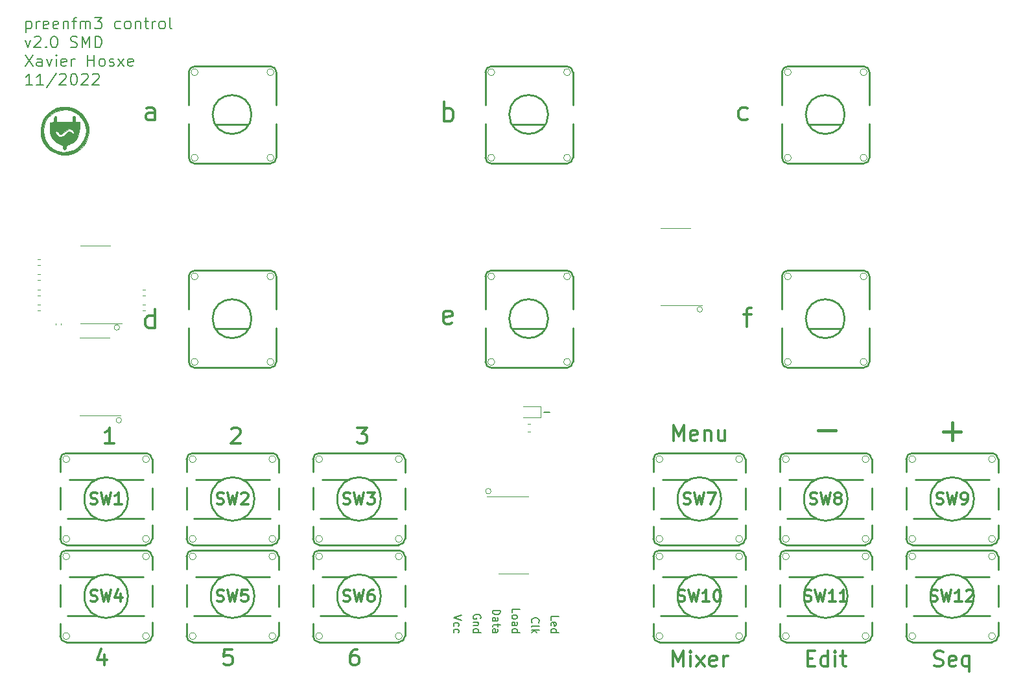
<source format=gbr>
G04 #@! TF.GenerationSoftware,KiCad,Pcbnew,(5.1.8)-1*
G04 #@! TF.CreationDate,2022-11-27T21:23:24+01:00*
G04 #@! TF.ProjectId,pfm3_ctrl,70666d33-5f63-4747-926c-2e6b69636164,rev?*
G04 #@! TF.SameCoordinates,Original*
G04 #@! TF.FileFunction,Legend,Top*
G04 #@! TF.FilePolarity,Positive*
%FSLAX46Y46*%
G04 Gerber Fmt 4.6, Leading zero omitted, Abs format (unit mm)*
G04 Created by KiCad (PCBNEW (5.1.8)-1) date 2022-11-27 21:23:24*
%MOMM*%
%LPD*%
G01*
G04 APERTURE LIST*
%ADD10C,0.120000*%
%ADD11C,0.150000*%
%ADD12C,0.400000*%
%ADD13C,0.300000*%
%ADD14C,0.200000*%
%ADD15C,0.250000*%
%ADD16C,0.010000*%
%ADD17C,0.304800*%
G04 APERTURE END LIST*
D10*
X82401210Y-75374500D02*
G75*
G03*
X82401210Y-75374500I-359210J0D01*
G01*
D11*
X137858547Y-86431428D02*
X138620452Y-86431428D01*
D12*
X173609142Y-88860285D02*
X175894857Y-88860285D01*
D13*
X154781666Y-90185761D02*
X154781666Y-88185761D01*
X155448333Y-89614333D01*
X156115000Y-88185761D01*
X156115000Y-90185761D01*
X157829285Y-90090523D02*
X157638809Y-90185761D01*
X157257857Y-90185761D01*
X157067380Y-90090523D01*
X156972142Y-89900047D01*
X156972142Y-89138142D01*
X157067380Y-88947666D01*
X157257857Y-88852428D01*
X157638809Y-88852428D01*
X157829285Y-88947666D01*
X157924523Y-89138142D01*
X157924523Y-89328619D01*
X156972142Y-89519095D01*
X158781666Y-88852428D02*
X158781666Y-90185761D01*
X158781666Y-89042904D02*
X158876904Y-88947666D01*
X159067380Y-88852428D01*
X159353095Y-88852428D01*
X159543571Y-88947666D01*
X159638809Y-89138142D01*
X159638809Y-90185761D01*
X161448333Y-88852428D02*
X161448333Y-90185761D01*
X160591190Y-88852428D02*
X160591190Y-89900047D01*
X160686428Y-90090523D01*
X160876904Y-90185761D01*
X161162619Y-90185761D01*
X161353095Y-90090523D01*
X161448333Y-89995285D01*
D10*
X82655210Y-87503000D02*
G75*
G03*
X82655210Y-87503000I-359210J0D01*
G01*
X158537710Y-73025000D02*
G75*
G03*
X158537710Y-73025000I-359210J0D01*
G01*
X130915210Y-96774000D02*
G75*
G03*
X130915210Y-96774000I-359210J0D01*
G01*
D13*
X97059690Y-117459261D02*
X96107309Y-117459261D01*
X96012071Y-118411642D01*
X96107309Y-118316404D01*
X96297785Y-118221166D01*
X96773976Y-118221166D01*
X96964452Y-118316404D01*
X97059690Y-118411642D01*
X97154928Y-118602119D01*
X97154928Y-119078309D01*
X97059690Y-119268785D01*
X96964452Y-119364023D01*
X96773976Y-119459261D01*
X96297785Y-119459261D01*
X96107309Y-119364023D01*
X96012071Y-119268785D01*
X80454452Y-118125928D02*
X80454452Y-119459261D01*
X79978261Y-117364023D02*
X79502071Y-118792595D01*
X80740166Y-118792595D01*
X113474452Y-117459261D02*
X113093500Y-117459261D01*
X112903023Y-117554500D01*
X112807785Y-117649738D01*
X112617309Y-117935452D01*
X112522071Y-118316404D01*
X112522071Y-119078309D01*
X112617309Y-119268785D01*
X112712547Y-119364023D01*
X112903023Y-119459261D01*
X113283976Y-119459261D01*
X113474452Y-119364023D01*
X113569690Y-119268785D01*
X113664928Y-119078309D01*
X113664928Y-118602119D01*
X113569690Y-118411642D01*
X113474452Y-118316404D01*
X113283976Y-118221166D01*
X112903023Y-118221166D01*
X112712547Y-118316404D01*
X112617309Y-118411642D01*
X112522071Y-118602119D01*
X97028071Y-88693738D02*
X97123309Y-88598500D01*
X97313785Y-88503261D01*
X97789976Y-88503261D01*
X97980452Y-88598500D01*
X98075690Y-88693738D01*
X98170928Y-88884214D01*
X98170928Y-89074690D01*
X98075690Y-89360404D01*
X96932833Y-90503261D01*
X98170928Y-90503261D01*
X81660928Y-90503261D02*
X80518071Y-90503261D01*
X81089500Y-90503261D02*
X81089500Y-88503261D01*
X80899023Y-88788976D01*
X80708547Y-88979452D01*
X80518071Y-89074690D01*
X113442833Y-88503261D02*
X114680928Y-88503261D01*
X114014261Y-89265166D01*
X114299976Y-89265166D01*
X114490452Y-89360404D01*
X114585690Y-89455642D01*
X114680928Y-89646119D01*
X114680928Y-90122309D01*
X114585690Y-90312785D01*
X114490452Y-90408023D01*
X114299976Y-90503261D01*
X113728547Y-90503261D01*
X113538071Y-90408023D01*
X113442833Y-90312785D01*
D12*
X189992142Y-88987285D02*
X192277857Y-88987285D01*
X191135000Y-90130142D02*
X191135000Y-87844428D01*
D13*
X188801666Y-119554523D02*
X189087380Y-119649761D01*
X189563571Y-119649761D01*
X189754047Y-119554523D01*
X189849285Y-119459285D01*
X189944523Y-119268809D01*
X189944523Y-119078333D01*
X189849285Y-118887857D01*
X189754047Y-118792619D01*
X189563571Y-118697380D01*
X189182619Y-118602142D01*
X188992142Y-118506904D01*
X188896904Y-118411666D01*
X188801666Y-118221190D01*
X188801666Y-118030714D01*
X188896904Y-117840238D01*
X188992142Y-117745000D01*
X189182619Y-117649761D01*
X189658809Y-117649761D01*
X189944523Y-117745000D01*
X191563571Y-119554523D02*
X191373095Y-119649761D01*
X190992142Y-119649761D01*
X190801666Y-119554523D01*
X190706428Y-119364047D01*
X190706428Y-118602142D01*
X190801666Y-118411666D01*
X190992142Y-118316428D01*
X191373095Y-118316428D01*
X191563571Y-118411666D01*
X191658809Y-118602142D01*
X191658809Y-118792619D01*
X190706428Y-118983095D01*
X193373095Y-118316428D02*
X193373095Y-120316428D01*
X193373095Y-119554523D02*
X193182619Y-119649761D01*
X192801666Y-119649761D01*
X192611190Y-119554523D01*
X192515952Y-119459285D01*
X192420714Y-119268809D01*
X192420714Y-118697380D01*
X192515952Y-118506904D01*
X192611190Y-118411666D01*
X192801666Y-118316428D01*
X193182619Y-118316428D01*
X193373095Y-118411666D01*
X172244047Y-118602142D02*
X172910714Y-118602142D01*
X173196428Y-119649761D02*
X172244047Y-119649761D01*
X172244047Y-117649761D01*
X173196428Y-117649761D01*
X174910714Y-119649761D02*
X174910714Y-117649761D01*
X174910714Y-119554523D02*
X174720238Y-119649761D01*
X174339285Y-119649761D01*
X174148809Y-119554523D01*
X174053571Y-119459285D01*
X173958333Y-119268809D01*
X173958333Y-118697380D01*
X174053571Y-118506904D01*
X174148809Y-118411666D01*
X174339285Y-118316428D01*
X174720238Y-118316428D01*
X174910714Y-118411666D01*
X175863095Y-119649761D02*
X175863095Y-118316428D01*
X175863095Y-117649761D02*
X175767857Y-117745000D01*
X175863095Y-117840238D01*
X175958333Y-117745000D01*
X175863095Y-117649761D01*
X175863095Y-117840238D01*
X176529761Y-118316428D02*
X177291666Y-118316428D01*
X176815476Y-117649761D02*
X176815476Y-119364047D01*
X176910714Y-119554523D01*
X177101190Y-119649761D01*
X177291666Y-119649761D01*
X154686428Y-119649761D02*
X154686428Y-117649761D01*
X155353095Y-119078333D01*
X156019761Y-117649761D01*
X156019761Y-119649761D01*
X156972142Y-119649761D02*
X156972142Y-118316428D01*
X156972142Y-117649761D02*
X156876904Y-117745000D01*
X156972142Y-117840238D01*
X157067380Y-117745000D01*
X156972142Y-117649761D01*
X156972142Y-117840238D01*
X157734047Y-119649761D02*
X158781666Y-118316428D01*
X157734047Y-118316428D02*
X158781666Y-119649761D01*
X160305476Y-119554523D02*
X160115000Y-119649761D01*
X159734047Y-119649761D01*
X159543571Y-119554523D01*
X159448333Y-119364047D01*
X159448333Y-118602142D01*
X159543571Y-118411666D01*
X159734047Y-118316428D01*
X160115000Y-118316428D01*
X160305476Y-118411666D01*
X160400714Y-118602142D01*
X160400714Y-118792619D01*
X159448333Y-118983095D01*
X161257857Y-119649761D02*
X161257857Y-118316428D01*
X161257857Y-118697380D02*
X161353095Y-118506904D01*
X161448333Y-118411666D01*
X161638809Y-118316428D01*
X161829285Y-118316428D01*
D14*
X70210142Y-35373571D02*
X70210142Y-36873571D01*
X70210142Y-35445000D02*
X70353000Y-35373571D01*
X70638714Y-35373571D01*
X70781571Y-35445000D01*
X70853000Y-35516428D01*
X70924428Y-35659285D01*
X70924428Y-36087857D01*
X70853000Y-36230714D01*
X70781571Y-36302142D01*
X70638714Y-36373571D01*
X70353000Y-36373571D01*
X70210142Y-36302142D01*
X71567285Y-36373571D02*
X71567285Y-35373571D01*
X71567285Y-35659285D02*
X71638714Y-35516428D01*
X71710142Y-35445000D01*
X71853000Y-35373571D01*
X71995857Y-35373571D01*
X73067285Y-36302142D02*
X72924428Y-36373571D01*
X72638714Y-36373571D01*
X72495857Y-36302142D01*
X72424428Y-36159285D01*
X72424428Y-35587857D01*
X72495857Y-35445000D01*
X72638714Y-35373571D01*
X72924428Y-35373571D01*
X73067285Y-35445000D01*
X73138714Y-35587857D01*
X73138714Y-35730714D01*
X72424428Y-35873571D01*
X74353000Y-36302142D02*
X74210142Y-36373571D01*
X73924428Y-36373571D01*
X73781571Y-36302142D01*
X73710142Y-36159285D01*
X73710142Y-35587857D01*
X73781571Y-35445000D01*
X73924428Y-35373571D01*
X74210142Y-35373571D01*
X74353000Y-35445000D01*
X74424428Y-35587857D01*
X74424428Y-35730714D01*
X73710142Y-35873571D01*
X75067285Y-35373571D02*
X75067285Y-36373571D01*
X75067285Y-35516428D02*
X75138714Y-35445000D01*
X75281571Y-35373571D01*
X75495857Y-35373571D01*
X75638714Y-35445000D01*
X75710142Y-35587857D01*
X75710142Y-36373571D01*
X76210142Y-35373571D02*
X76781571Y-35373571D01*
X76424428Y-36373571D02*
X76424428Y-35087857D01*
X76495857Y-34945000D01*
X76638714Y-34873571D01*
X76781571Y-34873571D01*
X77281571Y-36373571D02*
X77281571Y-35373571D01*
X77281571Y-35516428D02*
X77353000Y-35445000D01*
X77495857Y-35373571D01*
X77710142Y-35373571D01*
X77853000Y-35445000D01*
X77924428Y-35587857D01*
X77924428Y-36373571D01*
X77924428Y-35587857D02*
X77995857Y-35445000D01*
X78138714Y-35373571D01*
X78353000Y-35373571D01*
X78495857Y-35445000D01*
X78567285Y-35587857D01*
X78567285Y-36373571D01*
X79138714Y-34873571D02*
X80067285Y-34873571D01*
X79567285Y-35445000D01*
X79781571Y-35445000D01*
X79924428Y-35516428D01*
X79995857Y-35587857D01*
X80067285Y-35730714D01*
X80067285Y-36087857D01*
X79995857Y-36230714D01*
X79924428Y-36302142D01*
X79781571Y-36373571D01*
X79353000Y-36373571D01*
X79210142Y-36302142D01*
X79138714Y-36230714D01*
X82495857Y-36302142D02*
X82353000Y-36373571D01*
X82067285Y-36373571D01*
X81924428Y-36302142D01*
X81853000Y-36230714D01*
X81781571Y-36087857D01*
X81781571Y-35659285D01*
X81853000Y-35516428D01*
X81924428Y-35445000D01*
X82067285Y-35373571D01*
X82353000Y-35373571D01*
X82495857Y-35445000D01*
X83353000Y-36373571D02*
X83210142Y-36302142D01*
X83138714Y-36230714D01*
X83067285Y-36087857D01*
X83067285Y-35659285D01*
X83138714Y-35516428D01*
X83210142Y-35445000D01*
X83353000Y-35373571D01*
X83567285Y-35373571D01*
X83710142Y-35445000D01*
X83781571Y-35516428D01*
X83853000Y-35659285D01*
X83853000Y-36087857D01*
X83781571Y-36230714D01*
X83710142Y-36302142D01*
X83567285Y-36373571D01*
X83353000Y-36373571D01*
X84495857Y-35373571D02*
X84495857Y-36373571D01*
X84495857Y-35516428D02*
X84567285Y-35445000D01*
X84710142Y-35373571D01*
X84924428Y-35373571D01*
X85067285Y-35445000D01*
X85138714Y-35587857D01*
X85138714Y-36373571D01*
X85638714Y-35373571D02*
X86210142Y-35373571D01*
X85853000Y-34873571D02*
X85853000Y-36159285D01*
X85924428Y-36302142D01*
X86067285Y-36373571D01*
X86210142Y-36373571D01*
X86710142Y-36373571D02*
X86710142Y-35373571D01*
X86710142Y-35659285D02*
X86781571Y-35516428D01*
X86853000Y-35445000D01*
X86995857Y-35373571D01*
X87138714Y-35373571D01*
X87853000Y-36373571D02*
X87710142Y-36302142D01*
X87638714Y-36230714D01*
X87567285Y-36087857D01*
X87567285Y-35659285D01*
X87638714Y-35516428D01*
X87710142Y-35445000D01*
X87853000Y-35373571D01*
X88067285Y-35373571D01*
X88210142Y-35445000D01*
X88281571Y-35516428D01*
X88353000Y-35659285D01*
X88353000Y-36087857D01*
X88281571Y-36230714D01*
X88210142Y-36302142D01*
X88067285Y-36373571D01*
X87853000Y-36373571D01*
X89210142Y-36373571D02*
X89067285Y-36302142D01*
X88995857Y-36159285D01*
X88995857Y-34873571D01*
X70067285Y-37823571D02*
X70424428Y-38823571D01*
X70781571Y-37823571D01*
X71281571Y-37466428D02*
X71353000Y-37395000D01*
X71495857Y-37323571D01*
X71853000Y-37323571D01*
X71995857Y-37395000D01*
X72067285Y-37466428D01*
X72138714Y-37609285D01*
X72138714Y-37752142D01*
X72067285Y-37966428D01*
X71210142Y-38823571D01*
X72138714Y-38823571D01*
X72781571Y-38680714D02*
X72853000Y-38752142D01*
X72781571Y-38823571D01*
X72710142Y-38752142D01*
X72781571Y-38680714D01*
X72781571Y-38823571D01*
X73781571Y-37323571D02*
X73924428Y-37323571D01*
X74067285Y-37395000D01*
X74138714Y-37466428D01*
X74210142Y-37609285D01*
X74281571Y-37895000D01*
X74281571Y-38252142D01*
X74210142Y-38537857D01*
X74138714Y-38680714D01*
X74067285Y-38752142D01*
X73924428Y-38823571D01*
X73781571Y-38823571D01*
X73638714Y-38752142D01*
X73567285Y-38680714D01*
X73495857Y-38537857D01*
X73424428Y-38252142D01*
X73424428Y-37895000D01*
X73495857Y-37609285D01*
X73567285Y-37466428D01*
X73638714Y-37395000D01*
X73781571Y-37323571D01*
X75995857Y-38752142D02*
X76210142Y-38823571D01*
X76567285Y-38823571D01*
X76710142Y-38752142D01*
X76781571Y-38680714D01*
X76853000Y-38537857D01*
X76853000Y-38395000D01*
X76781571Y-38252142D01*
X76710142Y-38180714D01*
X76567285Y-38109285D01*
X76281571Y-38037857D01*
X76138714Y-37966428D01*
X76067285Y-37895000D01*
X75995857Y-37752142D01*
X75995857Y-37609285D01*
X76067285Y-37466428D01*
X76138714Y-37395000D01*
X76281571Y-37323571D01*
X76638714Y-37323571D01*
X76853000Y-37395000D01*
X77495857Y-38823571D02*
X77495857Y-37323571D01*
X77995857Y-38395000D01*
X78495857Y-37323571D01*
X78495857Y-38823571D01*
X79210142Y-38823571D02*
X79210142Y-37323571D01*
X79567285Y-37323571D01*
X79781571Y-37395000D01*
X79924428Y-37537857D01*
X79995857Y-37680714D01*
X80067285Y-37966428D01*
X80067285Y-38180714D01*
X79995857Y-38466428D01*
X79924428Y-38609285D01*
X79781571Y-38752142D01*
X79567285Y-38823571D01*
X79210142Y-38823571D01*
X70067285Y-39773571D02*
X71067285Y-41273571D01*
X71067285Y-39773571D02*
X70067285Y-41273571D01*
X72281571Y-41273571D02*
X72281571Y-40487857D01*
X72210142Y-40345000D01*
X72067285Y-40273571D01*
X71781571Y-40273571D01*
X71638714Y-40345000D01*
X72281571Y-41202142D02*
X72138714Y-41273571D01*
X71781571Y-41273571D01*
X71638714Y-41202142D01*
X71567285Y-41059285D01*
X71567285Y-40916428D01*
X71638714Y-40773571D01*
X71781571Y-40702142D01*
X72138714Y-40702142D01*
X72281571Y-40630714D01*
X72853000Y-40273571D02*
X73210142Y-41273571D01*
X73567285Y-40273571D01*
X74138714Y-41273571D02*
X74138714Y-40273571D01*
X74138714Y-39773571D02*
X74067285Y-39845000D01*
X74138714Y-39916428D01*
X74210142Y-39845000D01*
X74138714Y-39773571D01*
X74138714Y-39916428D01*
X75424428Y-41202142D02*
X75281571Y-41273571D01*
X74995857Y-41273571D01*
X74853000Y-41202142D01*
X74781571Y-41059285D01*
X74781571Y-40487857D01*
X74853000Y-40345000D01*
X74995857Y-40273571D01*
X75281571Y-40273571D01*
X75424428Y-40345000D01*
X75495857Y-40487857D01*
X75495857Y-40630714D01*
X74781571Y-40773571D01*
X76138714Y-41273571D02*
X76138714Y-40273571D01*
X76138714Y-40559285D02*
X76210142Y-40416428D01*
X76281571Y-40345000D01*
X76424428Y-40273571D01*
X76567285Y-40273571D01*
X78210142Y-41273571D02*
X78210142Y-39773571D01*
X78210142Y-40487857D02*
X79067285Y-40487857D01*
X79067285Y-41273571D02*
X79067285Y-39773571D01*
X79995857Y-41273571D02*
X79853000Y-41202142D01*
X79781571Y-41130714D01*
X79710142Y-40987857D01*
X79710142Y-40559285D01*
X79781571Y-40416428D01*
X79853000Y-40345000D01*
X79995857Y-40273571D01*
X80210142Y-40273571D01*
X80353000Y-40345000D01*
X80424428Y-40416428D01*
X80495857Y-40559285D01*
X80495857Y-40987857D01*
X80424428Y-41130714D01*
X80353000Y-41202142D01*
X80210142Y-41273571D01*
X79995857Y-41273571D01*
X81067285Y-41202142D02*
X81210142Y-41273571D01*
X81495857Y-41273571D01*
X81638714Y-41202142D01*
X81710142Y-41059285D01*
X81710142Y-40987857D01*
X81638714Y-40845000D01*
X81495857Y-40773571D01*
X81281571Y-40773571D01*
X81138714Y-40702142D01*
X81067285Y-40559285D01*
X81067285Y-40487857D01*
X81138714Y-40345000D01*
X81281571Y-40273571D01*
X81495857Y-40273571D01*
X81638714Y-40345000D01*
X82210142Y-41273571D02*
X82995857Y-40273571D01*
X82210142Y-40273571D02*
X82995857Y-41273571D01*
X84138714Y-41202142D02*
X83995857Y-41273571D01*
X83710142Y-41273571D01*
X83567285Y-41202142D01*
X83495857Y-41059285D01*
X83495857Y-40487857D01*
X83567285Y-40345000D01*
X83710142Y-40273571D01*
X83995857Y-40273571D01*
X84138714Y-40345000D01*
X84210142Y-40487857D01*
X84210142Y-40630714D01*
X83495857Y-40773571D01*
X70995857Y-43723571D02*
X70138714Y-43723571D01*
X70567285Y-43723571D02*
X70567285Y-42223571D01*
X70424428Y-42437857D01*
X70281571Y-42580714D01*
X70138714Y-42652142D01*
X72424428Y-43723571D02*
X71567285Y-43723571D01*
X71995857Y-43723571D02*
X71995857Y-42223571D01*
X71853000Y-42437857D01*
X71710142Y-42580714D01*
X71567285Y-42652142D01*
X74138714Y-42152142D02*
X72853000Y-44080714D01*
X74567285Y-42366428D02*
X74638714Y-42295000D01*
X74781571Y-42223571D01*
X75138714Y-42223571D01*
X75281571Y-42295000D01*
X75353000Y-42366428D01*
X75424428Y-42509285D01*
X75424428Y-42652142D01*
X75353000Y-42866428D01*
X74495857Y-43723571D01*
X75424428Y-43723571D01*
X76353000Y-42223571D02*
X76495857Y-42223571D01*
X76638714Y-42295000D01*
X76710142Y-42366428D01*
X76781571Y-42509285D01*
X76853000Y-42795000D01*
X76853000Y-43152142D01*
X76781571Y-43437857D01*
X76710142Y-43580714D01*
X76638714Y-43652142D01*
X76495857Y-43723571D01*
X76353000Y-43723571D01*
X76210142Y-43652142D01*
X76138714Y-43580714D01*
X76067285Y-43437857D01*
X75995857Y-43152142D01*
X75995857Y-42795000D01*
X76067285Y-42509285D01*
X76138714Y-42366428D01*
X76210142Y-42295000D01*
X76353000Y-42223571D01*
X77424428Y-42366428D02*
X77495857Y-42295000D01*
X77638714Y-42223571D01*
X77995857Y-42223571D01*
X78138714Y-42295000D01*
X78210142Y-42366428D01*
X78281571Y-42509285D01*
X78281571Y-42652142D01*
X78210142Y-42866428D01*
X77353000Y-43723571D01*
X78281571Y-43723571D01*
X78853000Y-42366428D02*
X78924428Y-42295000D01*
X79067285Y-42223571D01*
X79424428Y-42223571D01*
X79567285Y-42295000D01*
X79638714Y-42366428D01*
X79710142Y-42509285D01*
X79710142Y-42652142D01*
X79638714Y-42866428D01*
X78781571Y-43723571D01*
X79710142Y-43723571D01*
D15*
X180340000Y-73025000D02*
X180340000Y-68707000D01*
X179578000Y-67945000D02*
X169672000Y-67945000D01*
X168910000Y-68707000D02*
X168910000Y-73025000D01*
X180340000Y-75438000D02*
X180340000Y-79883000D01*
X179578000Y-80645000D02*
X169672000Y-80645000D01*
X168910000Y-79883000D02*
X168910000Y-75438000D01*
X176657000Y-75565000D02*
X172466000Y-75565000D01*
X177101500Y-74231500D02*
G75*
G03*
X177101500Y-74231500I-2540000J0D01*
G01*
D10*
X180035905Y-79883000D02*
G75*
G03*
X180035905Y-79883000I-457905J0D01*
G01*
X170129905Y-79883000D02*
G75*
G03*
X170129905Y-79883000I-457905J0D01*
G01*
X170129905Y-68707000D02*
G75*
G03*
X170129905Y-68707000I-457905J0D01*
G01*
X180035905Y-68707000D02*
G75*
G03*
X180035905Y-68707000I-457905J0D01*
G01*
D15*
X168910000Y-68707000D02*
G75*
G02*
X169672000Y-67945000I762000J0D01*
G01*
X179578000Y-67945000D02*
G75*
G02*
X180340000Y-68707000I0J-762000D01*
G01*
X169672000Y-80645000D02*
G75*
G02*
X168910000Y-79883000I0J762000D01*
G01*
X180340000Y-79883000D02*
G75*
G02*
X179578000Y-80645000I-762000J0D01*
G01*
X141605000Y-73025000D02*
X141605000Y-68707000D01*
X140843000Y-67945000D02*
X130937000Y-67945000D01*
X130175000Y-68707000D02*
X130175000Y-73025000D01*
X141605000Y-75438000D02*
X141605000Y-79883000D01*
X140843000Y-80645000D02*
X130937000Y-80645000D01*
X130175000Y-79883000D02*
X130175000Y-75438000D01*
X137922000Y-75565000D02*
X133731000Y-75565000D01*
X138366500Y-74231500D02*
G75*
G03*
X138366500Y-74231500I-2540000J0D01*
G01*
D10*
X141300905Y-79883000D02*
G75*
G03*
X141300905Y-79883000I-457905J0D01*
G01*
X131394905Y-79883000D02*
G75*
G03*
X131394905Y-79883000I-457905J0D01*
G01*
X131394905Y-68707000D02*
G75*
G03*
X131394905Y-68707000I-457905J0D01*
G01*
X141300905Y-68707000D02*
G75*
G03*
X141300905Y-68707000I-457905J0D01*
G01*
D15*
X130175000Y-68707000D02*
G75*
G02*
X130937000Y-67945000I762000J0D01*
G01*
X140843000Y-67945000D02*
G75*
G02*
X141605000Y-68707000I0J-762000D01*
G01*
X130937000Y-80645000D02*
G75*
G02*
X130175000Y-79883000I0J762000D01*
G01*
X141605000Y-79883000D02*
G75*
G02*
X140843000Y-80645000I-762000J0D01*
G01*
X102870000Y-73025000D02*
X102870000Y-68707000D01*
X102108000Y-67945000D02*
X92202000Y-67945000D01*
X91440000Y-68707000D02*
X91440000Y-73025000D01*
X102870000Y-75438000D02*
X102870000Y-79883000D01*
X102108000Y-80645000D02*
X92202000Y-80645000D01*
X91440000Y-79883000D02*
X91440000Y-75438000D01*
X99187000Y-75565000D02*
X94996000Y-75565000D01*
X99631500Y-74231500D02*
G75*
G03*
X99631500Y-74231500I-2540000J0D01*
G01*
D10*
X102565905Y-79883000D02*
G75*
G03*
X102565905Y-79883000I-457905J0D01*
G01*
X92659905Y-79883000D02*
G75*
G03*
X92659905Y-79883000I-457905J0D01*
G01*
X92659905Y-68707000D02*
G75*
G03*
X92659905Y-68707000I-457905J0D01*
G01*
X102565905Y-68707000D02*
G75*
G03*
X102565905Y-68707000I-457905J0D01*
G01*
D15*
X91440000Y-68707000D02*
G75*
G02*
X92202000Y-67945000I762000J0D01*
G01*
X102108000Y-67945000D02*
G75*
G02*
X102870000Y-68707000I0J-762000D01*
G01*
X92202000Y-80645000D02*
G75*
G02*
X91440000Y-79883000I0J762000D01*
G01*
X102870000Y-79883000D02*
G75*
G02*
X102108000Y-80645000I-762000J0D01*
G01*
X180340000Y-46355000D02*
X180340000Y-42037000D01*
X179578000Y-41275000D02*
X169672000Y-41275000D01*
X168910000Y-42037000D02*
X168910000Y-46355000D01*
X180340000Y-48768000D02*
X180340000Y-53213000D01*
X179578000Y-53975000D02*
X169672000Y-53975000D01*
X168910000Y-53213000D02*
X168910000Y-48768000D01*
X176657000Y-48895000D02*
X172466000Y-48895000D01*
X177101500Y-47561500D02*
G75*
G03*
X177101500Y-47561500I-2540000J0D01*
G01*
D10*
X180035905Y-53213000D02*
G75*
G03*
X180035905Y-53213000I-457905J0D01*
G01*
X170129905Y-53213000D02*
G75*
G03*
X170129905Y-53213000I-457905J0D01*
G01*
X170129905Y-42037000D02*
G75*
G03*
X170129905Y-42037000I-457905J0D01*
G01*
X180035905Y-42037000D02*
G75*
G03*
X180035905Y-42037000I-457905J0D01*
G01*
D15*
X168910000Y-42037000D02*
G75*
G02*
X169672000Y-41275000I762000J0D01*
G01*
X179578000Y-41275000D02*
G75*
G02*
X180340000Y-42037000I0J-762000D01*
G01*
X169672000Y-53975000D02*
G75*
G02*
X168910000Y-53213000I0J762000D01*
G01*
X180340000Y-53213000D02*
G75*
G02*
X179578000Y-53975000I-762000J0D01*
G01*
X141605000Y-46355000D02*
X141605000Y-42037000D01*
X140843000Y-41275000D02*
X130937000Y-41275000D01*
X130175000Y-42037000D02*
X130175000Y-46355000D01*
X141605000Y-48768000D02*
X141605000Y-53213000D01*
X140843000Y-53975000D02*
X130937000Y-53975000D01*
X130175000Y-53213000D02*
X130175000Y-48768000D01*
X137922000Y-48895000D02*
X133731000Y-48895000D01*
X138366500Y-47561500D02*
G75*
G03*
X138366500Y-47561500I-2540000J0D01*
G01*
D10*
X141300905Y-53213000D02*
G75*
G03*
X141300905Y-53213000I-457905J0D01*
G01*
X131394905Y-53213000D02*
G75*
G03*
X131394905Y-53213000I-457905J0D01*
G01*
X131394905Y-42037000D02*
G75*
G03*
X131394905Y-42037000I-457905J0D01*
G01*
X141300905Y-42037000D02*
G75*
G03*
X141300905Y-42037000I-457905J0D01*
G01*
D15*
X130175000Y-42037000D02*
G75*
G02*
X130937000Y-41275000I762000J0D01*
G01*
X140843000Y-41275000D02*
G75*
G02*
X141605000Y-42037000I0J-762000D01*
G01*
X130937000Y-53975000D02*
G75*
G02*
X130175000Y-53213000I0J762000D01*
G01*
X141605000Y-53213000D02*
G75*
G02*
X140843000Y-53975000I-762000J0D01*
G01*
X102870000Y-46355000D02*
X102870000Y-42037000D01*
X102108000Y-41275000D02*
X92202000Y-41275000D01*
X91440000Y-42037000D02*
X91440000Y-46355000D01*
X102870000Y-48768000D02*
X102870000Y-53213000D01*
X102108000Y-53975000D02*
X92202000Y-53975000D01*
X91440000Y-53213000D02*
X91440000Y-48768000D01*
X99187000Y-48895000D02*
X94996000Y-48895000D01*
X99631500Y-47561500D02*
G75*
G03*
X99631500Y-47561500I-2540000J0D01*
G01*
D10*
X102565905Y-53213000D02*
G75*
G03*
X102565905Y-53213000I-457905J0D01*
G01*
X92659905Y-53213000D02*
G75*
G03*
X92659905Y-53213000I-457905J0D01*
G01*
X92659905Y-42037000D02*
G75*
G03*
X92659905Y-42037000I-457905J0D01*
G01*
X102565905Y-42037000D02*
G75*
G03*
X102565905Y-42037000I-457905J0D01*
G01*
D15*
X91440000Y-42037000D02*
G75*
G02*
X92202000Y-41275000I762000J0D01*
G01*
X102108000Y-41275000D02*
G75*
G02*
X102870000Y-42037000I0J-762000D01*
G01*
X92202000Y-53975000D02*
G75*
G02*
X91440000Y-53213000I0J762000D01*
G01*
X102870000Y-53213000D02*
G75*
G02*
X102108000Y-53975000I-762000J0D01*
G01*
D10*
X79248000Y-64726500D02*
X77298000Y-64726500D01*
X79248000Y-64726500D02*
X81198000Y-64726500D01*
X79248000Y-74846500D02*
X77298000Y-74846500D01*
X79248000Y-74846500D02*
X82698000Y-74846500D01*
X85444359Y-70486000D02*
X85751641Y-70486000D01*
X85444359Y-71246000D02*
X85751641Y-71246000D01*
X85444359Y-72391000D02*
X85751641Y-72391000D01*
X85444359Y-73151000D02*
X85751641Y-73151000D01*
X71996641Y-73184000D02*
X71689359Y-73184000D01*
X71996641Y-72424000D02*
X71689359Y-72424000D01*
X71996641Y-71194000D02*
X71689359Y-71194000D01*
X71996641Y-70434000D02*
X71689359Y-70434000D01*
X71996641Y-69204000D02*
X71689359Y-69204000D01*
X71996641Y-68444000D02*
X71689359Y-68444000D01*
X71996641Y-67214000D02*
X71689359Y-67214000D01*
X71996641Y-66454000D02*
X71689359Y-66454000D01*
X74062000Y-75037836D02*
X74062000Y-74822164D01*
X74782000Y-75037836D02*
X74782000Y-74822164D01*
D15*
X185135520Y-99187000D02*
X185135520Y-96266000D01*
X197134480Y-101219000D02*
X197134480Y-102997000D01*
X196342000Y-103789480D02*
X185928000Y-103789480D01*
X185135520Y-102997000D02*
X185135520Y-101346000D01*
X197134480Y-96393000D02*
X197134480Y-99187000D01*
X185135520Y-94234000D02*
X185135520Y-92583000D01*
X185928000Y-91790520D02*
X196342000Y-91790520D01*
X197134480Y-92583000D02*
X197134480Y-94361000D01*
X189865000Y-100330000D02*
X186055000Y-100330000D01*
X196088000Y-100330000D02*
X192405000Y-100330000D01*
X192405000Y-95250000D02*
X195961000Y-95250000D01*
X186309000Y-95250000D02*
X189865000Y-95250000D01*
X193974806Y-97790000D02*
G75*
G03*
X193974806Y-97790000I-2839806J0D01*
G01*
D10*
X186385905Y-92583000D02*
G75*
G03*
X186385905Y-92583000I-457905J0D01*
G01*
X196799905Y-92583000D02*
G75*
G03*
X196799905Y-92583000I-457905J0D01*
G01*
X196799905Y-102997000D02*
G75*
G03*
X196799905Y-102997000I-457905J0D01*
G01*
X186385905Y-102997000D02*
G75*
G03*
X186385905Y-102997000I-457905J0D01*
G01*
D15*
X185928000Y-103789480D02*
G75*
G02*
X185135520Y-102997000I0J792480D01*
G01*
X197134480Y-102997000D02*
G75*
G02*
X196342000Y-103789480I-792480J0D01*
G01*
X196342000Y-91790520D02*
G75*
G02*
X197134480Y-92583000I0J-792480D01*
G01*
X185135520Y-92583000D02*
G75*
G02*
X185928000Y-91790520I792480J0D01*
G01*
X152115520Y-99187000D02*
X152115520Y-96266000D01*
X164114480Y-101219000D02*
X164114480Y-102997000D01*
X163322000Y-103789480D02*
X152908000Y-103789480D01*
X152115520Y-102997000D02*
X152115520Y-101346000D01*
X164114480Y-96393000D02*
X164114480Y-99187000D01*
X152115520Y-94234000D02*
X152115520Y-92583000D01*
X152908000Y-91790520D02*
X163322000Y-91790520D01*
X164114480Y-92583000D02*
X164114480Y-94361000D01*
X156845000Y-100330000D02*
X153035000Y-100330000D01*
X163068000Y-100330000D02*
X159385000Y-100330000D01*
X159385000Y-95250000D02*
X162941000Y-95250000D01*
X153289000Y-95250000D02*
X156845000Y-95250000D01*
X160954806Y-97790000D02*
G75*
G03*
X160954806Y-97790000I-2839806J0D01*
G01*
D10*
X153365905Y-92583000D02*
G75*
G03*
X153365905Y-92583000I-457905J0D01*
G01*
X163779905Y-92583000D02*
G75*
G03*
X163779905Y-92583000I-457905J0D01*
G01*
X163779905Y-102997000D02*
G75*
G03*
X163779905Y-102997000I-457905J0D01*
G01*
X153365905Y-102997000D02*
G75*
G03*
X153365905Y-102997000I-457905J0D01*
G01*
D15*
X152908000Y-103789480D02*
G75*
G02*
X152115520Y-102997000I0J792480D01*
G01*
X164114480Y-102997000D02*
G75*
G02*
X163322000Y-103789480I-792480J0D01*
G01*
X163322000Y-91790520D02*
G75*
G02*
X164114480Y-92583000I0J-792480D01*
G01*
X152115520Y-92583000D02*
G75*
G02*
X152908000Y-91790520I792480J0D01*
G01*
X185135520Y-111887000D02*
X185135520Y-108966000D01*
X197134480Y-113919000D02*
X197134480Y-115697000D01*
X196342000Y-116489480D02*
X185928000Y-116489480D01*
X185135520Y-115697000D02*
X185135520Y-114046000D01*
X197134480Y-109093000D02*
X197134480Y-111887000D01*
X185135520Y-106934000D02*
X185135520Y-105283000D01*
X185928000Y-104490520D02*
X196342000Y-104490520D01*
X197134480Y-105283000D02*
X197134480Y-107061000D01*
X189865000Y-113030000D02*
X186055000Y-113030000D01*
X196088000Y-113030000D02*
X192405000Y-113030000D01*
X192405000Y-107950000D02*
X195961000Y-107950000D01*
X186309000Y-107950000D02*
X189865000Y-107950000D01*
X193974806Y-110490000D02*
G75*
G03*
X193974806Y-110490000I-2839806J0D01*
G01*
D10*
X186385905Y-105283000D02*
G75*
G03*
X186385905Y-105283000I-457905J0D01*
G01*
X196799905Y-105283000D02*
G75*
G03*
X196799905Y-105283000I-457905J0D01*
G01*
X196799905Y-115697000D02*
G75*
G03*
X196799905Y-115697000I-457905J0D01*
G01*
X186385905Y-115697000D02*
G75*
G03*
X186385905Y-115697000I-457905J0D01*
G01*
D15*
X185928000Y-116489480D02*
G75*
G02*
X185135520Y-115697000I0J792480D01*
G01*
X197134480Y-115697000D02*
G75*
G02*
X196342000Y-116489480I-792480J0D01*
G01*
X196342000Y-104490520D02*
G75*
G02*
X197134480Y-105283000I0J-792480D01*
G01*
X185135520Y-105283000D02*
G75*
G02*
X185928000Y-104490520I792480J0D01*
G01*
X168625520Y-111887000D02*
X168625520Y-108966000D01*
X180624480Y-113919000D02*
X180624480Y-115697000D01*
X179832000Y-116489480D02*
X169418000Y-116489480D01*
X168625520Y-115697000D02*
X168625520Y-114046000D01*
X180624480Y-109093000D02*
X180624480Y-111887000D01*
X168625520Y-106934000D02*
X168625520Y-105283000D01*
X169418000Y-104490520D02*
X179832000Y-104490520D01*
X180624480Y-105283000D02*
X180624480Y-107061000D01*
X173355000Y-113030000D02*
X169545000Y-113030000D01*
X179578000Y-113030000D02*
X175895000Y-113030000D01*
X175895000Y-107950000D02*
X179451000Y-107950000D01*
X169799000Y-107950000D02*
X173355000Y-107950000D01*
X177464806Y-110490000D02*
G75*
G03*
X177464806Y-110490000I-2839806J0D01*
G01*
D10*
X169875905Y-105283000D02*
G75*
G03*
X169875905Y-105283000I-457905J0D01*
G01*
X180289905Y-105283000D02*
G75*
G03*
X180289905Y-105283000I-457905J0D01*
G01*
X180289905Y-115697000D02*
G75*
G03*
X180289905Y-115697000I-457905J0D01*
G01*
X169875905Y-115697000D02*
G75*
G03*
X169875905Y-115697000I-457905J0D01*
G01*
D15*
X169418000Y-116489480D02*
G75*
G02*
X168625520Y-115697000I0J792480D01*
G01*
X180624480Y-115697000D02*
G75*
G02*
X179832000Y-116489480I-792480J0D01*
G01*
X179832000Y-104490520D02*
G75*
G02*
X180624480Y-105283000I0J-792480D01*
G01*
X168625520Y-105283000D02*
G75*
G02*
X169418000Y-104490520I792480J0D01*
G01*
X152115520Y-111887000D02*
X152115520Y-108966000D01*
X164114480Y-113919000D02*
X164114480Y-115697000D01*
X163322000Y-116489480D02*
X152908000Y-116489480D01*
X152115520Y-115697000D02*
X152115520Y-114046000D01*
X164114480Y-109093000D02*
X164114480Y-111887000D01*
X152115520Y-106934000D02*
X152115520Y-105283000D01*
X152908000Y-104490520D02*
X163322000Y-104490520D01*
X164114480Y-105283000D02*
X164114480Y-107061000D01*
X156845000Y-113030000D02*
X153035000Y-113030000D01*
X163068000Y-113030000D02*
X159385000Y-113030000D01*
X159385000Y-107950000D02*
X162941000Y-107950000D01*
X153289000Y-107950000D02*
X156845000Y-107950000D01*
X160954806Y-110490000D02*
G75*
G03*
X160954806Y-110490000I-2839806J0D01*
G01*
D10*
X153365905Y-105283000D02*
G75*
G03*
X153365905Y-105283000I-457905J0D01*
G01*
X163779905Y-105283000D02*
G75*
G03*
X163779905Y-105283000I-457905J0D01*
G01*
X163779905Y-115697000D02*
G75*
G03*
X163779905Y-115697000I-457905J0D01*
G01*
X153365905Y-115697000D02*
G75*
G03*
X153365905Y-115697000I-457905J0D01*
G01*
D15*
X152908000Y-116489480D02*
G75*
G02*
X152115520Y-115697000I0J792480D01*
G01*
X164114480Y-115697000D02*
G75*
G02*
X163322000Y-116489480I-792480J0D01*
G01*
X163322000Y-104490520D02*
G75*
G02*
X164114480Y-105283000I0J-792480D01*
G01*
X152115520Y-105283000D02*
G75*
G02*
X152908000Y-104490520I792480J0D01*
G01*
X168625520Y-99187000D02*
X168625520Y-96266000D01*
X180624480Y-101219000D02*
X180624480Y-102997000D01*
X179832000Y-103789480D02*
X169418000Y-103789480D01*
X168625520Y-102997000D02*
X168625520Y-101346000D01*
X180624480Y-96393000D02*
X180624480Y-99187000D01*
X168625520Y-94234000D02*
X168625520Y-92583000D01*
X169418000Y-91790520D02*
X179832000Y-91790520D01*
X180624480Y-92583000D02*
X180624480Y-94361000D01*
X173355000Y-100330000D02*
X169545000Y-100330000D01*
X179578000Y-100330000D02*
X175895000Y-100330000D01*
X175895000Y-95250000D02*
X179451000Y-95250000D01*
X169799000Y-95250000D02*
X173355000Y-95250000D01*
X177464806Y-97790000D02*
G75*
G03*
X177464806Y-97790000I-2839806J0D01*
G01*
D10*
X169875905Y-92583000D02*
G75*
G03*
X169875905Y-92583000I-457905J0D01*
G01*
X180289905Y-92583000D02*
G75*
G03*
X180289905Y-92583000I-457905J0D01*
G01*
X180289905Y-102997000D02*
G75*
G03*
X180289905Y-102997000I-457905J0D01*
G01*
X169875905Y-102997000D02*
G75*
G03*
X169875905Y-102997000I-457905J0D01*
G01*
D15*
X169418000Y-103789480D02*
G75*
G02*
X168625520Y-102997000I0J792480D01*
G01*
X180624480Y-102997000D02*
G75*
G02*
X179832000Y-103789480I-792480J0D01*
G01*
X179832000Y-91790520D02*
G75*
G02*
X180624480Y-92583000I0J-792480D01*
G01*
X168625520Y-92583000D02*
G75*
G02*
X169418000Y-91790520I792480J0D01*
G01*
X107665520Y-111887000D02*
X107665520Y-108966000D01*
X119664480Y-113919000D02*
X119664480Y-115697000D01*
X118872000Y-116489480D02*
X108458000Y-116489480D01*
X107665520Y-115697000D02*
X107665520Y-114046000D01*
X119664480Y-109093000D02*
X119664480Y-111887000D01*
X107665520Y-106934000D02*
X107665520Y-105283000D01*
X108458000Y-104490520D02*
X118872000Y-104490520D01*
X119664480Y-105283000D02*
X119664480Y-107061000D01*
X112395000Y-113030000D02*
X108585000Y-113030000D01*
X118618000Y-113030000D02*
X114935000Y-113030000D01*
X114935000Y-107950000D02*
X118491000Y-107950000D01*
X108839000Y-107950000D02*
X112395000Y-107950000D01*
X116504806Y-110490000D02*
G75*
G03*
X116504806Y-110490000I-2839806J0D01*
G01*
D10*
X108915905Y-105283000D02*
G75*
G03*
X108915905Y-105283000I-457905J0D01*
G01*
X119329905Y-105283000D02*
G75*
G03*
X119329905Y-105283000I-457905J0D01*
G01*
X119329905Y-115697000D02*
G75*
G03*
X119329905Y-115697000I-457905J0D01*
G01*
X108915905Y-115697000D02*
G75*
G03*
X108915905Y-115697000I-457905J0D01*
G01*
D15*
X108458000Y-116489480D02*
G75*
G02*
X107665520Y-115697000I0J792480D01*
G01*
X119664480Y-115697000D02*
G75*
G02*
X118872000Y-116489480I-792480J0D01*
G01*
X118872000Y-104490520D02*
G75*
G02*
X119664480Y-105283000I0J-792480D01*
G01*
X107665520Y-105283000D02*
G75*
G02*
X108458000Y-104490520I792480J0D01*
G01*
X91155520Y-111887000D02*
X91155520Y-108966000D01*
X103154480Y-113919000D02*
X103154480Y-115697000D01*
X102362000Y-116489480D02*
X91948000Y-116489480D01*
X91155520Y-115697000D02*
X91155520Y-114046000D01*
X103154480Y-109093000D02*
X103154480Y-111887000D01*
X91155520Y-106934000D02*
X91155520Y-105283000D01*
X91948000Y-104490520D02*
X102362000Y-104490520D01*
X103154480Y-105283000D02*
X103154480Y-107061000D01*
X95885000Y-113030000D02*
X92075000Y-113030000D01*
X102108000Y-113030000D02*
X98425000Y-113030000D01*
X98425000Y-107950000D02*
X101981000Y-107950000D01*
X92329000Y-107950000D02*
X95885000Y-107950000D01*
X99994806Y-110490000D02*
G75*
G03*
X99994806Y-110490000I-2839806J0D01*
G01*
D10*
X92405905Y-105283000D02*
G75*
G03*
X92405905Y-105283000I-457905J0D01*
G01*
X102819905Y-105283000D02*
G75*
G03*
X102819905Y-105283000I-457905J0D01*
G01*
X102819905Y-115697000D02*
G75*
G03*
X102819905Y-115697000I-457905J0D01*
G01*
X92405905Y-115697000D02*
G75*
G03*
X92405905Y-115697000I-457905J0D01*
G01*
D15*
X91948000Y-116489480D02*
G75*
G02*
X91155520Y-115697000I0J792480D01*
G01*
X103154480Y-115697000D02*
G75*
G02*
X102362000Y-116489480I-792480J0D01*
G01*
X102362000Y-104490520D02*
G75*
G02*
X103154480Y-105283000I0J-792480D01*
G01*
X91155520Y-105283000D02*
G75*
G02*
X91948000Y-104490520I792480J0D01*
G01*
X74645520Y-111887000D02*
X74645520Y-108966000D01*
X86644480Y-113919000D02*
X86644480Y-115697000D01*
X85852000Y-116489480D02*
X75438000Y-116489480D01*
X74645520Y-115697000D02*
X74645520Y-114046000D01*
X86644480Y-109093000D02*
X86644480Y-111887000D01*
X74645520Y-106934000D02*
X74645520Y-105283000D01*
X75438000Y-104490520D02*
X85852000Y-104490520D01*
X86644480Y-105283000D02*
X86644480Y-107061000D01*
X79375000Y-113030000D02*
X75565000Y-113030000D01*
X85598000Y-113030000D02*
X81915000Y-113030000D01*
X81915000Y-107950000D02*
X85471000Y-107950000D01*
X75819000Y-107950000D02*
X79375000Y-107950000D01*
X83484806Y-110490000D02*
G75*
G03*
X83484806Y-110490000I-2839806J0D01*
G01*
D10*
X75895905Y-105283000D02*
G75*
G03*
X75895905Y-105283000I-457905J0D01*
G01*
X86309905Y-105283000D02*
G75*
G03*
X86309905Y-105283000I-457905J0D01*
G01*
X86309905Y-115697000D02*
G75*
G03*
X86309905Y-115697000I-457905J0D01*
G01*
X75895905Y-115697000D02*
G75*
G03*
X75895905Y-115697000I-457905J0D01*
G01*
D15*
X75438000Y-116489480D02*
G75*
G02*
X74645520Y-115697000I0J792480D01*
G01*
X86644480Y-115697000D02*
G75*
G02*
X85852000Y-116489480I-792480J0D01*
G01*
X85852000Y-104490520D02*
G75*
G02*
X86644480Y-105283000I0J-792480D01*
G01*
X74645520Y-105283000D02*
G75*
G02*
X75438000Y-104490520I792480J0D01*
G01*
X107665520Y-99187000D02*
X107665520Y-96266000D01*
X119664480Y-101219000D02*
X119664480Y-102997000D01*
X118872000Y-103789480D02*
X108458000Y-103789480D01*
X107665520Y-102997000D02*
X107665520Y-101346000D01*
X119664480Y-96393000D02*
X119664480Y-99187000D01*
X107665520Y-94234000D02*
X107665520Y-92583000D01*
X108458000Y-91790520D02*
X118872000Y-91790520D01*
X119664480Y-92583000D02*
X119664480Y-94361000D01*
X112395000Y-100330000D02*
X108585000Y-100330000D01*
X118618000Y-100330000D02*
X114935000Y-100330000D01*
X114935000Y-95250000D02*
X118491000Y-95250000D01*
X108839000Y-95250000D02*
X112395000Y-95250000D01*
X116504806Y-97790000D02*
G75*
G03*
X116504806Y-97790000I-2839806J0D01*
G01*
D10*
X108915905Y-92583000D02*
G75*
G03*
X108915905Y-92583000I-457905J0D01*
G01*
X119329905Y-92583000D02*
G75*
G03*
X119329905Y-92583000I-457905J0D01*
G01*
X119329905Y-102997000D02*
G75*
G03*
X119329905Y-102997000I-457905J0D01*
G01*
X108915905Y-102997000D02*
G75*
G03*
X108915905Y-102997000I-457905J0D01*
G01*
D15*
X108458000Y-103789480D02*
G75*
G02*
X107665520Y-102997000I0J792480D01*
G01*
X119664480Y-102997000D02*
G75*
G02*
X118872000Y-103789480I-792480J0D01*
G01*
X118872000Y-91790520D02*
G75*
G02*
X119664480Y-92583000I0J-792480D01*
G01*
X107665520Y-92583000D02*
G75*
G02*
X108458000Y-91790520I792480J0D01*
G01*
X91155520Y-99187000D02*
X91155520Y-96266000D01*
X103154480Y-101219000D02*
X103154480Y-102997000D01*
X102362000Y-103789480D02*
X91948000Y-103789480D01*
X91155520Y-102997000D02*
X91155520Y-101346000D01*
X103154480Y-96393000D02*
X103154480Y-99187000D01*
X91155520Y-94234000D02*
X91155520Y-92583000D01*
X91948000Y-91790520D02*
X102362000Y-91790520D01*
X103154480Y-92583000D02*
X103154480Y-94361000D01*
X95885000Y-100330000D02*
X92075000Y-100330000D01*
X102108000Y-100330000D02*
X98425000Y-100330000D01*
X98425000Y-95250000D02*
X101981000Y-95250000D01*
X92329000Y-95250000D02*
X95885000Y-95250000D01*
X99994806Y-97790000D02*
G75*
G03*
X99994806Y-97790000I-2839806J0D01*
G01*
D10*
X92405905Y-92583000D02*
G75*
G03*
X92405905Y-92583000I-457905J0D01*
G01*
X102819905Y-92583000D02*
G75*
G03*
X102819905Y-92583000I-457905J0D01*
G01*
X102819905Y-102997000D02*
G75*
G03*
X102819905Y-102997000I-457905J0D01*
G01*
X92405905Y-102997000D02*
G75*
G03*
X92405905Y-102997000I-457905J0D01*
G01*
D15*
X91948000Y-103789480D02*
G75*
G02*
X91155520Y-102997000I0J792480D01*
G01*
X103154480Y-102997000D02*
G75*
G02*
X102362000Y-103789480I-792480J0D01*
G01*
X102362000Y-91790520D02*
G75*
G02*
X103154480Y-92583000I0J-792480D01*
G01*
X91155520Y-92583000D02*
G75*
G02*
X91948000Y-91790520I792480J0D01*
G01*
X74645520Y-99187000D02*
X74645520Y-96266000D01*
X86644480Y-101219000D02*
X86644480Y-102997000D01*
X85852000Y-103789480D02*
X75438000Y-103789480D01*
X74645520Y-102997000D02*
X74645520Y-101346000D01*
X86644480Y-96393000D02*
X86644480Y-99187000D01*
X74645520Y-94234000D02*
X74645520Y-92583000D01*
X75438000Y-91790520D02*
X85852000Y-91790520D01*
X86644480Y-92583000D02*
X86644480Y-94361000D01*
X79375000Y-100330000D02*
X75565000Y-100330000D01*
X85598000Y-100330000D02*
X81915000Y-100330000D01*
X81915000Y-95250000D02*
X85471000Y-95250000D01*
X75819000Y-95250000D02*
X79375000Y-95250000D01*
X83484806Y-97790000D02*
G75*
G03*
X83484806Y-97790000I-2839806J0D01*
G01*
D10*
X75895905Y-92583000D02*
G75*
G03*
X75895905Y-92583000I-457905J0D01*
G01*
X86309905Y-92583000D02*
G75*
G03*
X86309905Y-92583000I-457905J0D01*
G01*
X86309905Y-102997000D02*
G75*
G03*
X86309905Y-102997000I-457905J0D01*
G01*
X75895905Y-102997000D02*
G75*
G03*
X75895905Y-102997000I-457905J0D01*
G01*
D15*
X75438000Y-103789480D02*
G75*
G02*
X74645520Y-102997000I0J792480D01*
G01*
X86644480Y-102997000D02*
G75*
G02*
X85852000Y-103789480I-792480J0D01*
G01*
X85852000Y-91790520D02*
G75*
G02*
X86644480Y-92583000I0J-792480D01*
G01*
X74645520Y-92583000D02*
G75*
G02*
X75438000Y-91790520I792480J0D01*
G01*
D16*
G36*
X76504611Y-47766892D02*
G01*
X76590333Y-47887901D01*
X76623128Y-48155585D01*
X76623334Y-48184392D01*
X76630137Y-48414874D01*
X76675320Y-48522663D01*
X76796039Y-48554398D01*
X76919667Y-48556334D01*
X77216000Y-48556334D01*
X77216000Y-49133633D01*
X77155965Y-49806210D01*
X76981640Y-50387647D01*
X76701695Y-50863573D01*
X76324799Y-51219618D01*
X75859620Y-51441410D01*
X75816467Y-51453563D01*
X75581101Y-51529814D01*
X75469548Y-51616830D01*
X75438417Y-51752136D01*
X75438000Y-51780860D01*
X75395921Y-51997988D01*
X75292504Y-52125089D01*
X75161980Y-52129119D01*
X75114252Y-52093386D01*
X75037536Y-51936728D01*
X75014667Y-51774294D01*
X74989426Y-51627750D01*
X74884420Y-51535326D01*
X74655724Y-51458437D01*
X74654834Y-51458198D01*
X74374395Y-51342661D01*
X74071742Y-51159271D01*
X73941827Y-51058741D01*
X73629576Y-50717800D01*
X73422741Y-50307654D01*
X73324414Y-49862171D01*
X73998667Y-49862171D01*
X74049942Y-50000346D01*
X74177195Y-50192750D01*
X74217860Y-50243171D01*
X74484091Y-50455011D01*
X74773765Y-50507328D01*
X75058459Y-50398934D01*
X75190408Y-50283723D01*
X75405414Y-50077423D01*
X75618660Y-49903964D01*
X75779013Y-49801307D01*
X75891817Y-49799802D01*
X76042420Y-49902098D01*
X76062343Y-49917744D01*
X76266358Y-50030626D01*
X76404897Y-50011371D01*
X76454000Y-49869815D01*
X76385742Y-49730453D01*
X76221440Y-49574564D01*
X76021804Y-49449673D01*
X75857677Y-49403000D01*
X75720134Y-49454063D01*
X75501696Y-49588175D01*
X75248766Y-49776723D01*
X75239805Y-49784000D01*
X74996810Y-49972452D01*
X74798947Y-50108668D01*
X74686883Y-50164788D01*
X74683662Y-50165000D01*
X74578447Y-50100926D01*
X74456548Y-49953334D01*
X74313337Y-49809283D01*
X74155141Y-49745371D01*
X74033987Y-49771955D01*
X73998667Y-49862171D01*
X73324414Y-49862171D01*
X73310495Y-49799113D01*
X73281397Y-49278137D01*
X73279000Y-48598667D01*
X73554167Y-48572136D01*
X73725888Y-48543986D01*
X73805472Y-48470177D01*
X73828227Y-48300266D01*
X73829334Y-48179028D01*
X73857743Y-47903373D01*
X73939510Y-47770730D01*
X73948056Y-47766892D01*
X74071574Y-47750938D01*
X74139707Y-47840069D01*
X74166086Y-48060470D01*
X74168000Y-48189445D01*
X74168000Y-48556334D01*
X76284667Y-48556334D01*
X76284667Y-48189445D01*
X76298309Y-47909981D01*
X76348322Y-47772131D01*
X76448336Y-47749709D01*
X76504611Y-47766892D01*
G37*
X76504611Y-47766892D02*
X76590333Y-47887901D01*
X76623128Y-48155585D01*
X76623334Y-48184392D01*
X76630137Y-48414874D01*
X76675320Y-48522663D01*
X76796039Y-48554398D01*
X76919667Y-48556334D01*
X77216000Y-48556334D01*
X77216000Y-49133633D01*
X77155965Y-49806210D01*
X76981640Y-50387647D01*
X76701695Y-50863573D01*
X76324799Y-51219618D01*
X75859620Y-51441410D01*
X75816467Y-51453563D01*
X75581101Y-51529814D01*
X75469548Y-51616830D01*
X75438417Y-51752136D01*
X75438000Y-51780860D01*
X75395921Y-51997988D01*
X75292504Y-52125089D01*
X75161980Y-52129119D01*
X75114252Y-52093386D01*
X75037536Y-51936728D01*
X75014667Y-51774294D01*
X74989426Y-51627750D01*
X74884420Y-51535326D01*
X74655724Y-51458437D01*
X74654834Y-51458198D01*
X74374395Y-51342661D01*
X74071742Y-51159271D01*
X73941827Y-51058741D01*
X73629576Y-50717800D01*
X73422741Y-50307654D01*
X73324414Y-49862171D01*
X73998667Y-49862171D01*
X74049942Y-50000346D01*
X74177195Y-50192750D01*
X74217860Y-50243171D01*
X74484091Y-50455011D01*
X74773765Y-50507328D01*
X75058459Y-50398934D01*
X75190408Y-50283723D01*
X75405414Y-50077423D01*
X75618660Y-49903964D01*
X75779013Y-49801307D01*
X75891817Y-49799802D01*
X76042420Y-49902098D01*
X76062343Y-49917744D01*
X76266358Y-50030626D01*
X76404897Y-50011371D01*
X76454000Y-49869815D01*
X76385742Y-49730453D01*
X76221440Y-49574564D01*
X76021804Y-49449673D01*
X75857677Y-49403000D01*
X75720134Y-49454063D01*
X75501696Y-49588175D01*
X75248766Y-49776723D01*
X75239805Y-49784000D01*
X74996810Y-49972452D01*
X74798947Y-50108668D01*
X74686883Y-50164788D01*
X74683662Y-50165000D01*
X74578447Y-50100926D01*
X74456548Y-49953334D01*
X74313337Y-49809283D01*
X74155141Y-49745371D01*
X74033987Y-49771955D01*
X73998667Y-49862171D01*
X73324414Y-49862171D01*
X73310495Y-49799113D01*
X73281397Y-49278137D01*
X73279000Y-48598667D01*
X73554167Y-48572136D01*
X73725888Y-48543986D01*
X73805472Y-48470177D01*
X73828227Y-48300266D01*
X73829334Y-48179028D01*
X73857743Y-47903373D01*
X73939510Y-47770730D01*
X73948056Y-47766892D01*
X74071574Y-47750938D01*
X74139707Y-47840069D01*
X74166086Y-48060470D01*
X74168000Y-48189445D01*
X74168000Y-48556334D01*
X76284667Y-48556334D01*
X76284667Y-48189445D01*
X76298309Y-47909981D01*
X76348322Y-47772131D01*
X76448336Y-47749709D01*
X76504611Y-47766892D01*
G36*
X75655600Y-46583547D02*
G01*
X75755561Y-46600378D01*
X76354107Y-46755943D01*
X76855400Y-46997799D01*
X77322621Y-47358067D01*
X77413480Y-47443253D01*
X77870084Y-47993183D01*
X78185925Y-48617702D01*
X78352710Y-49291091D01*
X78362147Y-49987635D01*
X78321536Y-50259251D01*
X78162367Y-50847695D01*
X77921760Y-51338682D01*
X77566224Y-51797163D01*
X77482414Y-51886480D01*
X76922081Y-52353470D01*
X76292277Y-52670382D01*
X75611300Y-52831949D01*
X74897446Y-52832907D01*
X74464334Y-52755036D01*
X73855608Y-52543336D01*
X73334095Y-52219108D01*
X72970253Y-51886339D01*
X72583687Y-51418614D01*
X72321645Y-50928827D01*
X72152026Y-50353844D01*
X72127378Y-50228561D01*
X72088921Y-49655903D01*
X72442752Y-49655903D01*
X72500561Y-50271352D01*
X72699394Y-50869794D01*
X73043943Y-51427434D01*
X73222734Y-51632815D01*
X73739216Y-52057126D01*
X74326942Y-52336593D01*
X74962628Y-52466862D01*
X75622989Y-52443582D01*
X76284741Y-52262401D01*
X76379276Y-52222831D01*
X76941190Y-51888742D01*
X77398424Y-51437118D01*
X77737533Y-50893079D01*
X77945072Y-50281743D01*
X78007595Y-49628231D01*
X77973010Y-49245343D01*
X77793005Y-48615426D01*
X77480872Y-48066147D01*
X77059424Y-47609828D01*
X76551474Y-47258786D01*
X75979833Y-47025342D01*
X75367314Y-46921815D01*
X74736729Y-46960525D01*
X74110890Y-47153790D01*
X74104941Y-47156451D01*
X73527972Y-47499981D01*
X73068579Y-47945488D01*
X72731451Y-48469175D01*
X72521279Y-49047245D01*
X72442752Y-49655903D01*
X72088921Y-49655903D01*
X72079816Y-49520327D01*
X72194194Y-48832490D01*
X72463133Y-48187591D01*
X72879252Y-47608175D01*
X73039187Y-47443253D01*
X73621847Y-46990987D01*
X74261316Y-46694099D01*
X74943824Y-46556861D01*
X75655600Y-46583547D01*
G37*
X75655600Y-46583547D02*
X75755561Y-46600378D01*
X76354107Y-46755943D01*
X76855400Y-46997799D01*
X77322621Y-47358067D01*
X77413480Y-47443253D01*
X77870084Y-47993183D01*
X78185925Y-48617702D01*
X78352710Y-49291091D01*
X78362147Y-49987635D01*
X78321536Y-50259251D01*
X78162367Y-50847695D01*
X77921760Y-51338682D01*
X77566224Y-51797163D01*
X77482414Y-51886480D01*
X76922081Y-52353470D01*
X76292277Y-52670382D01*
X75611300Y-52831949D01*
X74897446Y-52832907D01*
X74464334Y-52755036D01*
X73855608Y-52543336D01*
X73334095Y-52219108D01*
X72970253Y-51886339D01*
X72583687Y-51418614D01*
X72321645Y-50928827D01*
X72152026Y-50353844D01*
X72127378Y-50228561D01*
X72088921Y-49655903D01*
X72442752Y-49655903D01*
X72500561Y-50271352D01*
X72699394Y-50869794D01*
X73043943Y-51427434D01*
X73222734Y-51632815D01*
X73739216Y-52057126D01*
X74326942Y-52336593D01*
X74962628Y-52466862D01*
X75622989Y-52443582D01*
X76284741Y-52262401D01*
X76379276Y-52222831D01*
X76941190Y-51888742D01*
X77398424Y-51437118D01*
X77737533Y-50893079D01*
X77945072Y-50281743D01*
X78007595Y-49628231D01*
X77973010Y-49245343D01*
X77793005Y-48615426D01*
X77480872Y-48066147D01*
X77059424Y-47609828D01*
X76551474Y-47258786D01*
X75979833Y-47025342D01*
X75367314Y-46921815D01*
X74736729Y-46960525D01*
X74110890Y-47153790D01*
X74104941Y-47156451D01*
X73527972Y-47499981D01*
X73068579Y-47945488D01*
X72731451Y-48469175D01*
X72521279Y-49047245D01*
X72442752Y-49655903D01*
X72088921Y-49655903D01*
X72079816Y-49520327D01*
X72194194Y-48832490D01*
X72463133Y-48187591D01*
X72879252Y-47608175D01*
X73039187Y-47443253D01*
X73621847Y-46990987D01*
X74261316Y-46694099D01*
X74943824Y-46556861D01*
X75655600Y-46583547D01*
D10*
X136052779Y-88965500D02*
X135727221Y-88965500D01*
X136052779Y-87945500D02*
X135727221Y-87945500D01*
X135123001Y-87158500D02*
X137408001Y-87158500D01*
X137408001Y-87158500D02*
X137408001Y-85688500D01*
X137408001Y-85688500D02*
X135123001Y-85688500D01*
X133858000Y-107549000D02*
X135808000Y-107549000D01*
X133858000Y-107549000D02*
X131908000Y-107549000D01*
X133858000Y-97429000D02*
X135808000Y-97429000D01*
X133858000Y-97429000D02*
X130408000Y-97429000D01*
X155003500Y-72497000D02*
X158453500Y-72497000D01*
X155003500Y-72497000D02*
X153053500Y-72497000D01*
X155003500Y-62377000D02*
X156953500Y-62377000D01*
X155003500Y-62377000D02*
X153053500Y-62377000D01*
X79121000Y-76728000D02*
X77171000Y-76728000D01*
X79121000Y-76728000D02*
X81071000Y-76728000D01*
X79121000Y-86848000D02*
X77171000Y-86848000D01*
X79121000Y-86848000D02*
X82571000Y-86848000D01*
D11*
X136294857Y-113942857D02*
X136247238Y-113895238D01*
X136199619Y-113752380D01*
X136199619Y-113657142D01*
X136247238Y-113514285D01*
X136342476Y-113419047D01*
X136437714Y-113371428D01*
X136628190Y-113323809D01*
X136771047Y-113323809D01*
X136961523Y-113371428D01*
X137056761Y-113419047D01*
X137152000Y-113514285D01*
X137199619Y-113657142D01*
X137199619Y-113752380D01*
X137152000Y-113895238D01*
X137104380Y-113942857D01*
X136199619Y-114514285D02*
X136247238Y-114419047D01*
X136342476Y-114371428D01*
X137199619Y-114371428D01*
X136199619Y-114895238D02*
X137199619Y-114895238D01*
X136580571Y-114990476D02*
X136199619Y-115276190D01*
X136866285Y-115276190D02*
X136485333Y-114895238D01*
X127039619Y-112990475D02*
X126039619Y-113323809D01*
X127039619Y-113657142D01*
X126087238Y-114419047D02*
X126039619Y-114323809D01*
X126039619Y-114133332D01*
X126087238Y-114038094D01*
X126134857Y-113990475D01*
X126230095Y-113942856D01*
X126515809Y-113942856D01*
X126611047Y-113990475D01*
X126658666Y-114038094D01*
X126706285Y-114133332D01*
X126706285Y-114323809D01*
X126658666Y-114419047D01*
X126087238Y-115276190D02*
X126039619Y-115180952D01*
X126039619Y-114990475D01*
X126087238Y-114895237D01*
X126134857Y-114847618D01*
X126230095Y-114799999D01*
X126515809Y-114799999D01*
X126611047Y-114847618D01*
X126658666Y-114895237D01*
X126706285Y-114990475D01*
X126706285Y-115180952D01*
X126658666Y-115276190D01*
X129532000Y-113419047D02*
X129579619Y-113323809D01*
X129579619Y-113180952D01*
X129532000Y-113038095D01*
X129436761Y-112942857D01*
X129341523Y-112895238D01*
X129151047Y-112847619D01*
X129008190Y-112847619D01*
X128817714Y-112895238D01*
X128722476Y-112942857D01*
X128627238Y-113038095D01*
X128579619Y-113180952D01*
X128579619Y-113276190D01*
X128627238Y-113419047D01*
X128674857Y-113466666D01*
X129008190Y-113466666D01*
X129008190Y-113276190D01*
X129246285Y-113895238D02*
X128579619Y-113895238D01*
X129151047Y-113895238D02*
X129198666Y-113942857D01*
X129246285Y-114038095D01*
X129246285Y-114180952D01*
X129198666Y-114276190D01*
X129103428Y-114323809D01*
X128579619Y-114323809D01*
X128579619Y-115228571D02*
X129579619Y-115228571D01*
X128627238Y-115228571D02*
X128579619Y-115133333D01*
X128579619Y-114942857D01*
X128627238Y-114847619D01*
X128674857Y-114800000D01*
X128770095Y-114752381D01*
X129055809Y-114752381D01*
X129151047Y-114800000D01*
X129198666Y-114847619D01*
X129246285Y-114942857D01*
X129246285Y-115133333D01*
X129198666Y-115228571D01*
X133659619Y-112657142D02*
X133659619Y-112180952D01*
X134659619Y-112180952D01*
X133659619Y-113133333D02*
X133707238Y-113038095D01*
X133754857Y-112990476D01*
X133850095Y-112942857D01*
X134135809Y-112942857D01*
X134231047Y-112990476D01*
X134278666Y-113038095D01*
X134326285Y-113133333D01*
X134326285Y-113276190D01*
X134278666Y-113371428D01*
X134231047Y-113419047D01*
X134135809Y-113466666D01*
X133850095Y-113466666D01*
X133754857Y-113419047D01*
X133707238Y-113371428D01*
X133659619Y-113276190D01*
X133659619Y-113133333D01*
X133659619Y-114323809D02*
X134183428Y-114323809D01*
X134278666Y-114276190D01*
X134326285Y-114180952D01*
X134326285Y-113990476D01*
X134278666Y-113895238D01*
X133707238Y-114323809D02*
X133659619Y-114228571D01*
X133659619Y-113990476D01*
X133707238Y-113895238D01*
X133802476Y-113847619D01*
X133897714Y-113847619D01*
X133992952Y-113895238D01*
X134040571Y-113990476D01*
X134040571Y-114228571D01*
X134088190Y-114323809D01*
X133659619Y-115228571D02*
X134659619Y-115228571D01*
X133707238Y-115228571D02*
X133659619Y-115133333D01*
X133659619Y-114942857D01*
X133707238Y-114847619D01*
X133754857Y-114800000D01*
X133850095Y-114752381D01*
X134135809Y-114752381D01*
X134231047Y-114800000D01*
X134278666Y-114847619D01*
X134326285Y-114942857D01*
X134326285Y-115133333D01*
X134278666Y-115228571D01*
X138739619Y-113609523D02*
X138739619Y-113133332D01*
X139739619Y-113133332D01*
X138787238Y-114323809D02*
X138739619Y-114228571D01*
X138739619Y-114038094D01*
X138787238Y-113942856D01*
X138882476Y-113895237D01*
X139263428Y-113895237D01*
X139358666Y-113942856D01*
X139406285Y-114038094D01*
X139406285Y-114228571D01*
X139358666Y-114323809D01*
X139263428Y-114371428D01*
X139168190Y-114371428D01*
X139072952Y-113895237D01*
X138739619Y-115228571D02*
X139739619Y-115228571D01*
X138787238Y-115228571D02*
X138739619Y-115133332D01*
X138739619Y-114942856D01*
X138787238Y-114847618D01*
X138834857Y-114799999D01*
X138930095Y-114752380D01*
X139215809Y-114752380D01*
X139311047Y-114799999D01*
X139358666Y-114847618D01*
X139406285Y-114942856D01*
X139406285Y-115133332D01*
X139358666Y-115228571D01*
X131119619Y-112323810D02*
X132119619Y-112323810D01*
X132119619Y-112561905D01*
X132072000Y-112704762D01*
X131976761Y-112800000D01*
X131881523Y-112847619D01*
X131691047Y-112895238D01*
X131548190Y-112895238D01*
X131357714Y-112847619D01*
X131262476Y-112800000D01*
X131167238Y-112704762D01*
X131119619Y-112561905D01*
X131119619Y-112323810D01*
X131119619Y-113752381D02*
X131643428Y-113752381D01*
X131738666Y-113704762D01*
X131786285Y-113609524D01*
X131786285Y-113419048D01*
X131738666Y-113323810D01*
X131167238Y-113752381D02*
X131119619Y-113657143D01*
X131119619Y-113419048D01*
X131167238Y-113323810D01*
X131262476Y-113276191D01*
X131357714Y-113276191D01*
X131452952Y-113323810D01*
X131500571Y-113419048D01*
X131500571Y-113657143D01*
X131548190Y-113752381D01*
X131786285Y-114085714D02*
X131786285Y-114466667D01*
X132119619Y-114228571D02*
X131262476Y-114228571D01*
X131167238Y-114276191D01*
X131119619Y-114371429D01*
X131119619Y-114466667D01*
X131119619Y-115228571D02*
X131643428Y-115228571D01*
X131738666Y-115180952D01*
X131786285Y-115085714D01*
X131786285Y-114895238D01*
X131738666Y-114800000D01*
X131167238Y-115228571D02*
X131119619Y-115133333D01*
X131119619Y-114895238D01*
X131167238Y-114800000D01*
X131262476Y-114752381D01*
X131357714Y-114752381D01*
X131452952Y-114800000D01*
X131500571Y-114895238D01*
X131500571Y-115133333D01*
X131548190Y-115228571D01*
D13*
X163936309Y-73632285D02*
X164888690Y-73632285D01*
X164293452Y-75298952D02*
X164293452Y-73156095D01*
X164412500Y-72918000D01*
X164650595Y-72798952D01*
X164888690Y-72798952D01*
X125761690Y-74798904D02*
X125523595Y-74917952D01*
X125047404Y-74917952D01*
X124809309Y-74798904D01*
X124690261Y-74560809D01*
X124690261Y-73608428D01*
X124809309Y-73370333D01*
X125047404Y-73251285D01*
X125523595Y-73251285D01*
X125761690Y-73370333D01*
X125880738Y-73608428D01*
X125880738Y-73846523D01*
X124690261Y-74084619D01*
X86982074Y-75489452D02*
X86982074Y-72989452D01*
X86982074Y-75370404D02*
X86743979Y-75489452D01*
X86267788Y-75489452D01*
X86029693Y-75370404D01*
X85910645Y-75251357D01*
X85791598Y-75013261D01*
X85791598Y-74298976D01*
X85910645Y-74060880D01*
X86029693Y-73941833D01*
X86267788Y-73822785D01*
X86743979Y-73822785D01*
X86982074Y-73941833D01*
X164425238Y-48192404D02*
X164187142Y-48311452D01*
X163710952Y-48311452D01*
X163472857Y-48192404D01*
X163353809Y-48073357D01*
X163234761Y-47835261D01*
X163234761Y-47120976D01*
X163353809Y-46882880D01*
X163472857Y-46763833D01*
X163710952Y-46644785D01*
X164187142Y-46644785D01*
X164425238Y-46763833D01*
X124813285Y-48438452D02*
X124813285Y-45938452D01*
X124813285Y-46890833D02*
X125051380Y-46771785D01*
X125527571Y-46771785D01*
X125765666Y-46890833D01*
X125884714Y-47009880D01*
X126003761Y-47247976D01*
X126003761Y-47962261D01*
X125884714Y-48200357D01*
X125765666Y-48319404D01*
X125527571Y-48438452D01*
X125051380Y-48438452D01*
X124813285Y-48319404D01*
X86990714Y-48311452D02*
X86990714Y-47001928D01*
X86871666Y-46763833D01*
X86633571Y-46644785D01*
X86157380Y-46644785D01*
X85919285Y-46763833D01*
X86990714Y-48192404D02*
X86752619Y-48311452D01*
X86157380Y-48311452D01*
X85919285Y-48192404D01*
X85800238Y-47954309D01*
X85800238Y-47716214D01*
X85919285Y-47478119D01*
X86157380Y-47359071D01*
X86752619Y-47359071D01*
X86990714Y-47240023D01*
D17*
X189103000Y-98406857D02*
X189320714Y-98479428D01*
X189683571Y-98479428D01*
X189828714Y-98406857D01*
X189901285Y-98334285D01*
X189973857Y-98189142D01*
X189973857Y-98044000D01*
X189901285Y-97898857D01*
X189828714Y-97826285D01*
X189683571Y-97753714D01*
X189393285Y-97681142D01*
X189248142Y-97608571D01*
X189175571Y-97536000D01*
X189103000Y-97390857D01*
X189103000Y-97245714D01*
X189175571Y-97100571D01*
X189248142Y-97028000D01*
X189393285Y-96955428D01*
X189756142Y-96955428D01*
X189973857Y-97028000D01*
X190481857Y-96955428D02*
X190844714Y-98479428D01*
X191135000Y-97390857D01*
X191425285Y-98479428D01*
X191788142Y-96955428D01*
X192441285Y-98479428D02*
X192731571Y-98479428D01*
X192876714Y-98406857D01*
X192949285Y-98334285D01*
X193094428Y-98116571D01*
X193167000Y-97826285D01*
X193167000Y-97245714D01*
X193094428Y-97100571D01*
X193021857Y-97028000D01*
X192876714Y-96955428D01*
X192586428Y-96955428D01*
X192441285Y-97028000D01*
X192368714Y-97100571D01*
X192296142Y-97245714D01*
X192296142Y-97608571D01*
X192368714Y-97753714D01*
X192441285Y-97826285D01*
X192586428Y-97898857D01*
X192876714Y-97898857D01*
X193021857Y-97826285D01*
X193094428Y-97753714D01*
X193167000Y-97608571D01*
X156083000Y-98406857D02*
X156300714Y-98479428D01*
X156663571Y-98479428D01*
X156808714Y-98406857D01*
X156881285Y-98334285D01*
X156953857Y-98189142D01*
X156953857Y-98044000D01*
X156881285Y-97898857D01*
X156808714Y-97826285D01*
X156663571Y-97753714D01*
X156373285Y-97681142D01*
X156228142Y-97608571D01*
X156155571Y-97536000D01*
X156083000Y-97390857D01*
X156083000Y-97245714D01*
X156155571Y-97100571D01*
X156228142Y-97028000D01*
X156373285Y-96955428D01*
X156736142Y-96955428D01*
X156953857Y-97028000D01*
X157461857Y-96955428D02*
X157824714Y-98479428D01*
X158115000Y-97390857D01*
X158405285Y-98479428D01*
X158768142Y-96955428D01*
X159203571Y-96955428D02*
X160219571Y-96955428D01*
X159566428Y-98479428D01*
X188341897Y-111106857D02*
X188559612Y-111179428D01*
X188922469Y-111179428D01*
X189067612Y-111106857D01*
X189140183Y-111034285D01*
X189212754Y-110889142D01*
X189212754Y-110744000D01*
X189140183Y-110598857D01*
X189067612Y-110526285D01*
X188922469Y-110453714D01*
X188632183Y-110381142D01*
X188487040Y-110308571D01*
X188414469Y-110236000D01*
X188341897Y-110090857D01*
X188341897Y-109945714D01*
X188414469Y-109800571D01*
X188487040Y-109728000D01*
X188632183Y-109655428D01*
X188995040Y-109655428D01*
X189212754Y-109728000D01*
X189720754Y-109655428D02*
X190083612Y-111179428D01*
X190373897Y-110090857D01*
X190664183Y-111179428D01*
X191027040Y-109655428D01*
X192405897Y-111179428D02*
X191535040Y-111179428D01*
X191970469Y-111179428D02*
X191970469Y-109655428D01*
X191825326Y-109873142D01*
X191680183Y-110018285D01*
X191535040Y-110090857D01*
X192986469Y-109800571D02*
X193059040Y-109728000D01*
X193204183Y-109655428D01*
X193567040Y-109655428D01*
X193712183Y-109728000D01*
X193784754Y-109800571D01*
X193857326Y-109945714D01*
X193857326Y-110090857D01*
X193784754Y-110308571D01*
X192913897Y-111179428D01*
X193857326Y-111179428D01*
X171867285Y-111106857D02*
X172085000Y-111179428D01*
X172447857Y-111179428D01*
X172593000Y-111106857D01*
X172665571Y-111034285D01*
X172738142Y-110889142D01*
X172738142Y-110744000D01*
X172665571Y-110598857D01*
X172593000Y-110526285D01*
X172447857Y-110453714D01*
X172157571Y-110381142D01*
X172012428Y-110308571D01*
X171939857Y-110236000D01*
X171867285Y-110090857D01*
X171867285Y-109945714D01*
X171939857Y-109800571D01*
X172012428Y-109728000D01*
X172157571Y-109655428D01*
X172520428Y-109655428D01*
X172738142Y-109728000D01*
X173246142Y-109655428D02*
X173609000Y-111179428D01*
X173899285Y-110090857D01*
X174189571Y-111179428D01*
X174552428Y-109655428D01*
X175931285Y-111179428D02*
X175060428Y-111179428D01*
X175495857Y-111179428D02*
X175495857Y-109655428D01*
X175350714Y-109873142D01*
X175205571Y-110018285D01*
X175060428Y-110090857D01*
X177382714Y-111179428D02*
X176511857Y-111179428D01*
X176947285Y-111179428D02*
X176947285Y-109655428D01*
X176802142Y-109873142D01*
X176657000Y-110018285D01*
X176511857Y-110090857D01*
X155357285Y-111106857D02*
X155575000Y-111179428D01*
X155937857Y-111179428D01*
X156083000Y-111106857D01*
X156155571Y-111034285D01*
X156228142Y-110889142D01*
X156228142Y-110744000D01*
X156155571Y-110598857D01*
X156083000Y-110526285D01*
X155937857Y-110453714D01*
X155647571Y-110381142D01*
X155502428Y-110308571D01*
X155429857Y-110236000D01*
X155357285Y-110090857D01*
X155357285Y-109945714D01*
X155429857Y-109800571D01*
X155502428Y-109728000D01*
X155647571Y-109655428D01*
X156010428Y-109655428D01*
X156228142Y-109728000D01*
X156736142Y-109655428D02*
X157099000Y-111179428D01*
X157389285Y-110090857D01*
X157679571Y-111179428D01*
X158042428Y-109655428D01*
X159421285Y-111179428D02*
X158550428Y-111179428D01*
X158985857Y-111179428D02*
X158985857Y-109655428D01*
X158840714Y-109873142D01*
X158695571Y-110018285D01*
X158550428Y-110090857D01*
X160364714Y-109655428D02*
X160509857Y-109655428D01*
X160655000Y-109728000D01*
X160727571Y-109800571D01*
X160800142Y-109945714D01*
X160872714Y-110236000D01*
X160872714Y-110598857D01*
X160800142Y-110889142D01*
X160727571Y-111034285D01*
X160655000Y-111106857D01*
X160509857Y-111179428D01*
X160364714Y-111179428D01*
X160219571Y-111106857D01*
X160147000Y-111034285D01*
X160074428Y-110889142D01*
X160001857Y-110598857D01*
X160001857Y-110236000D01*
X160074428Y-109945714D01*
X160147000Y-109800571D01*
X160219571Y-109728000D01*
X160364714Y-109655428D01*
X172593000Y-98406857D02*
X172810714Y-98479428D01*
X173173571Y-98479428D01*
X173318714Y-98406857D01*
X173391285Y-98334285D01*
X173463857Y-98189142D01*
X173463857Y-98044000D01*
X173391285Y-97898857D01*
X173318714Y-97826285D01*
X173173571Y-97753714D01*
X172883285Y-97681142D01*
X172738142Y-97608571D01*
X172665571Y-97536000D01*
X172593000Y-97390857D01*
X172593000Y-97245714D01*
X172665571Y-97100571D01*
X172738142Y-97028000D01*
X172883285Y-96955428D01*
X173246142Y-96955428D01*
X173463857Y-97028000D01*
X173971857Y-96955428D02*
X174334714Y-98479428D01*
X174625000Y-97390857D01*
X174915285Y-98479428D01*
X175278142Y-96955428D01*
X176076428Y-97608571D02*
X175931285Y-97536000D01*
X175858714Y-97463428D01*
X175786142Y-97318285D01*
X175786142Y-97245714D01*
X175858714Y-97100571D01*
X175931285Y-97028000D01*
X176076428Y-96955428D01*
X176366714Y-96955428D01*
X176511857Y-97028000D01*
X176584428Y-97100571D01*
X176657000Y-97245714D01*
X176657000Y-97318285D01*
X176584428Y-97463428D01*
X176511857Y-97536000D01*
X176366714Y-97608571D01*
X176076428Y-97608571D01*
X175931285Y-97681142D01*
X175858714Y-97753714D01*
X175786142Y-97898857D01*
X175786142Y-98189142D01*
X175858714Y-98334285D01*
X175931285Y-98406857D01*
X176076428Y-98479428D01*
X176366714Y-98479428D01*
X176511857Y-98406857D01*
X176584428Y-98334285D01*
X176657000Y-98189142D01*
X176657000Y-97898857D01*
X176584428Y-97753714D01*
X176511857Y-97681142D01*
X176366714Y-97608571D01*
X111633000Y-111106857D02*
X111850714Y-111179428D01*
X112213571Y-111179428D01*
X112358714Y-111106857D01*
X112431285Y-111034285D01*
X112503857Y-110889142D01*
X112503857Y-110744000D01*
X112431285Y-110598857D01*
X112358714Y-110526285D01*
X112213571Y-110453714D01*
X111923285Y-110381142D01*
X111778142Y-110308571D01*
X111705571Y-110236000D01*
X111633000Y-110090857D01*
X111633000Y-109945714D01*
X111705571Y-109800571D01*
X111778142Y-109728000D01*
X111923285Y-109655428D01*
X112286142Y-109655428D01*
X112503857Y-109728000D01*
X113011857Y-109655428D02*
X113374714Y-111179428D01*
X113665000Y-110090857D01*
X113955285Y-111179428D01*
X114318142Y-109655428D01*
X115551857Y-109655428D02*
X115261571Y-109655428D01*
X115116428Y-109728000D01*
X115043857Y-109800571D01*
X114898714Y-110018285D01*
X114826142Y-110308571D01*
X114826142Y-110889142D01*
X114898714Y-111034285D01*
X114971285Y-111106857D01*
X115116428Y-111179428D01*
X115406714Y-111179428D01*
X115551857Y-111106857D01*
X115624428Y-111034285D01*
X115697000Y-110889142D01*
X115697000Y-110526285D01*
X115624428Y-110381142D01*
X115551857Y-110308571D01*
X115406714Y-110236000D01*
X115116428Y-110236000D01*
X114971285Y-110308571D01*
X114898714Y-110381142D01*
X114826142Y-110526285D01*
X95123000Y-111106857D02*
X95340714Y-111179428D01*
X95703571Y-111179428D01*
X95848714Y-111106857D01*
X95921285Y-111034285D01*
X95993857Y-110889142D01*
X95993857Y-110744000D01*
X95921285Y-110598857D01*
X95848714Y-110526285D01*
X95703571Y-110453714D01*
X95413285Y-110381142D01*
X95268142Y-110308571D01*
X95195571Y-110236000D01*
X95123000Y-110090857D01*
X95123000Y-109945714D01*
X95195571Y-109800571D01*
X95268142Y-109728000D01*
X95413285Y-109655428D01*
X95776142Y-109655428D01*
X95993857Y-109728000D01*
X96501857Y-109655428D02*
X96864714Y-111179428D01*
X97155000Y-110090857D01*
X97445285Y-111179428D01*
X97808142Y-109655428D01*
X99114428Y-109655428D02*
X98388714Y-109655428D01*
X98316142Y-110381142D01*
X98388714Y-110308571D01*
X98533857Y-110236000D01*
X98896714Y-110236000D01*
X99041857Y-110308571D01*
X99114428Y-110381142D01*
X99187000Y-110526285D01*
X99187000Y-110889142D01*
X99114428Y-111034285D01*
X99041857Y-111106857D01*
X98896714Y-111179428D01*
X98533857Y-111179428D01*
X98388714Y-111106857D01*
X98316142Y-111034285D01*
X78613000Y-111106857D02*
X78830714Y-111179428D01*
X79193571Y-111179428D01*
X79338714Y-111106857D01*
X79411285Y-111034285D01*
X79483857Y-110889142D01*
X79483857Y-110744000D01*
X79411285Y-110598857D01*
X79338714Y-110526285D01*
X79193571Y-110453714D01*
X78903285Y-110381142D01*
X78758142Y-110308571D01*
X78685571Y-110236000D01*
X78613000Y-110090857D01*
X78613000Y-109945714D01*
X78685571Y-109800571D01*
X78758142Y-109728000D01*
X78903285Y-109655428D01*
X79266142Y-109655428D01*
X79483857Y-109728000D01*
X79991857Y-109655428D02*
X80354714Y-111179428D01*
X80645000Y-110090857D01*
X80935285Y-111179428D01*
X81298142Y-109655428D01*
X82531857Y-110163428D02*
X82531857Y-111179428D01*
X82169000Y-109582857D02*
X81806142Y-110671428D01*
X82749571Y-110671428D01*
X111633000Y-98406857D02*
X111850714Y-98479428D01*
X112213571Y-98479428D01*
X112358714Y-98406857D01*
X112431285Y-98334285D01*
X112503857Y-98189142D01*
X112503857Y-98044000D01*
X112431285Y-97898857D01*
X112358714Y-97826285D01*
X112213571Y-97753714D01*
X111923285Y-97681142D01*
X111778142Y-97608571D01*
X111705571Y-97536000D01*
X111633000Y-97390857D01*
X111633000Y-97245714D01*
X111705571Y-97100571D01*
X111778142Y-97028000D01*
X111923285Y-96955428D01*
X112286142Y-96955428D01*
X112503857Y-97028000D01*
X113011857Y-96955428D02*
X113374714Y-98479428D01*
X113665000Y-97390857D01*
X113955285Y-98479428D01*
X114318142Y-96955428D01*
X114753571Y-96955428D02*
X115697000Y-96955428D01*
X115189000Y-97536000D01*
X115406714Y-97536000D01*
X115551857Y-97608571D01*
X115624428Y-97681142D01*
X115697000Y-97826285D01*
X115697000Y-98189142D01*
X115624428Y-98334285D01*
X115551857Y-98406857D01*
X115406714Y-98479428D01*
X114971285Y-98479428D01*
X114826142Y-98406857D01*
X114753571Y-98334285D01*
X95123000Y-98406857D02*
X95340714Y-98479428D01*
X95703571Y-98479428D01*
X95848714Y-98406857D01*
X95921285Y-98334285D01*
X95993857Y-98189142D01*
X95993857Y-98044000D01*
X95921285Y-97898857D01*
X95848714Y-97826285D01*
X95703571Y-97753714D01*
X95413285Y-97681142D01*
X95268142Y-97608571D01*
X95195571Y-97536000D01*
X95123000Y-97390857D01*
X95123000Y-97245714D01*
X95195571Y-97100571D01*
X95268142Y-97028000D01*
X95413285Y-96955428D01*
X95776142Y-96955428D01*
X95993857Y-97028000D01*
X96501857Y-96955428D02*
X96864714Y-98479428D01*
X97155000Y-97390857D01*
X97445285Y-98479428D01*
X97808142Y-96955428D01*
X98316142Y-97100571D02*
X98388714Y-97028000D01*
X98533857Y-96955428D01*
X98896714Y-96955428D01*
X99041857Y-97028000D01*
X99114428Y-97100571D01*
X99187000Y-97245714D01*
X99187000Y-97390857D01*
X99114428Y-97608571D01*
X98243571Y-98479428D01*
X99187000Y-98479428D01*
X78613000Y-98406857D02*
X78830714Y-98479428D01*
X79193571Y-98479428D01*
X79338714Y-98406857D01*
X79411285Y-98334285D01*
X79483857Y-98189142D01*
X79483857Y-98044000D01*
X79411285Y-97898857D01*
X79338714Y-97826285D01*
X79193571Y-97753714D01*
X78903285Y-97681142D01*
X78758142Y-97608571D01*
X78685571Y-97536000D01*
X78613000Y-97390857D01*
X78613000Y-97245714D01*
X78685571Y-97100571D01*
X78758142Y-97028000D01*
X78903285Y-96955428D01*
X79266142Y-96955428D01*
X79483857Y-97028000D01*
X79991857Y-96955428D02*
X80354714Y-98479428D01*
X80645000Y-97390857D01*
X80935285Y-98479428D01*
X81298142Y-96955428D01*
X82677000Y-98479428D02*
X81806142Y-98479428D01*
X82241571Y-98479428D02*
X82241571Y-96955428D01*
X82096428Y-97173142D01*
X81951285Y-97318285D01*
X81806142Y-97390857D01*
M02*

</source>
